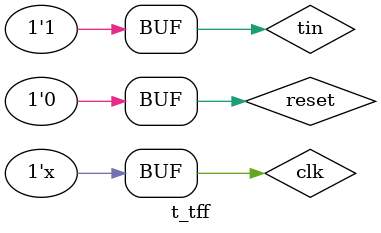
<source format=v>
 module tff(q,qn,clk,reset,tin);
  
  output reg q,qn;
  input clk, reset, tin;
  
  always @(negedge clk)
  begin
    if(reset==1'b1)
      begin
      q=1'b0;
      qn=1'b1;
    end
  else if(tin==1'b0)
    begin
      q=q;
      qn= ~q;
    end 
  else if(tin==1'b1)
    begin
      q=~q;
      qn=~q;
    end
  end
  endmodule
  
  //tst bnch
module t_tff();
  
  wire q,qn;
  reg clk, reset, tin;
  
  tff a1(q,qn,clk,reset,tin);
  
  always
  begin
    #10;
    clk=~clk;
  end
  
  initial
  begin
    clk=1'b0;
  reset=1'b1;
  #100;
  reset=1'b0;
  #50;
  tin=1'b0;
  #50;
  tin=1'b1;
  #50;   
end
endmodule
  
</source>
